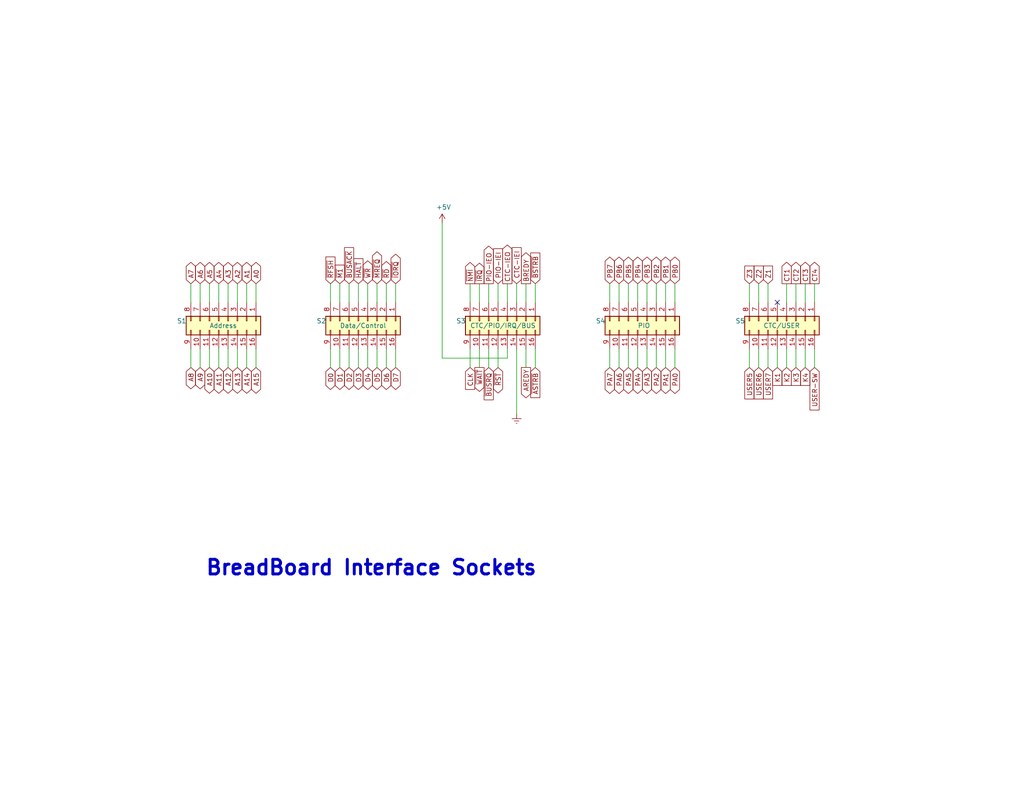
<source format=kicad_sch>
(kicad_sch (version 20230121) (generator eeschema)
  (paper "A")
  (title_block (title "Edu-80 Z80 Trainer") (date "2023-02-06") (rev "0.1") (company "Strangers"))
  (lib_symbols
    (symbol "Connector_Generic:Conn_02x08_Counter_Clockwise" (pin_names (offset 1.016) hide)
      (property "Reference" "J" (at 1.27 10.16 0))
      (property "Value" "Conn_02x08_Counter_Clockwise" (at 1.27 -12.7 0))
      (symbol "Conn_02x08_Counter_Clockwise_1_1"
        (rectangle (start -1.27 -10.033) (end 0 -10.287) (stroke (width 0.1524)))
        (rectangle (start -1.27 -7.493) (end 0 -7.747) (stroke (width 0.1524)))
        (rectangle (start -1.27 -4.953) (end 0 -5.207) (stroke (width 0.1524)))
        (rectangle (start -1.27 -2.413) (end 0 -2.667) (stroke (width 0.1524)))
        (rectangle (start -1.27 0.127) (end 0 -0.127) (stroke (width 0.1524)))
        (rectangle (start -1.27 2.667) (end 0 2.413) (stroke (width 0.1524)))
        (rectangle (start -1.27 5.207) (end 0 4.953) (stroke (width 0.1524)))
        (rectangle (start -1.27 7.747) (end 0 7.493) (stroke (width 0.1524)))
        (rectangle (start -1.27 8.89) (end 3.81 -11.43) (stroke (width 0.254)) (fill (type background)))
        (rectangle (start 3.81 -10.033) (end 2.54 -10.287) (stroke (width 0.1524)))
        (rectangle (start 3.81 -7.493) (end 2.54 -7.747) (stroke (width 0.1524)))
        (rectangle (start 3.81 -4.953) (end 2.54 -5.207) (stroke (width 0.1524)))
        (rectangle (start 3.81 -2.413) (end 2.54 -2.667) (stroke (width 0.1524)))
        (rectangle (start 3.81 0.127) (end 2.54 -0.127) (stroke (width 0.1524)))
        (rectangle (start 3.81 2.667) (end 2.54 2.413) (stroke (width 0.1524)))
        (rectangle (start 3.81 5.207) (end 2.54 4.953) (stroke (width 0.1524)))
        (rectangle (start 3.81 7.747) (end 2.54 7.493) (stroke (width 0.1524)))
        (pin passive line (at -5.08 7.62 0) (length 3.81) (name "Pin_1") (number "1"))
        (pin passive line (at 7.62 -7.62 180) (length 3.81) (name "Pin_10") (number "10"))
        (pin passive line (at 7.62 -5.08 180) (length 3.81) (name "Pin_11") (number "11"))
        (pin passive line (at 7.62 -2.54 180) (length 3.81) (name "Pin_12") (number "12"))
        (pin passive line (at 7.62 0 180) (length 3.81) (name "Pin_13") (number "13"))
        (pin passive line (at 7.62 2.54 180) (length 3.81) (name "Pin_14") (number "14"))
        (pin passive line (at 7.62 5.08 180) (length 3.81) (name "Pin_15") (number "15"))
        (pin passive line (at 7.62 7.62 180) (length 3.81) (name "Pin_16") (number "16"))
        (pin passive line (at -5.08 5.08 0) (length 3.81) (name "Pin_2") (number "2"))
        (pin passive line (at -5.08 2.54 0) (length 3.81) (name "Pin_3") (number "3"))
        (pin passive line (at -5.08 0 0) (length 3.81) (name "Pin_4") (number "4"))
        (pin passive line (at -5.08 -2.54 0) (length 3.81) (name "Pin_5") (number "5"))
        (pin passive line (at -5.08 -5.08 0) (length 3.81) (name "Pin_6") (number "6"))
        (pin passive line (at -5.08 -7.62 0) (length 3.81) (name "Pin_7") (number "7"))
        (pin passive line (at -5.08 -10.16 0) (length 3.81) (name "Pin_8") (number "8"))
        (pin passive line (at 7.62 -10.16 180) (length 3.81) (name "Pin_9") (number "9"))
      )
    )
    (symbol "power:+5V" (power) (pin_names (offset 0))
      (property "Value" "+5V" (at 0 3.556 0))
      (symbol "+5V_0_1"
        (polyline (pts (xy -0.762 1.27) (xy 0 2.54)))
        (polyline (pts (xy 0 0) (xy 0 2.54)))
        (polyline (pts (xy 0 2.54) (xy 0.762 1.27)))
      )
      (symbol "+5V_1_1"
        (pin power_in line (at 0 0 90) (length 0) hide (name "+5V") (number "1"))
      )
    )
    (symbol "power:Earth" (power) (pin_names (offset 0))
      (symbol "Earth_0_1"
        (polyline (pts (xy -0.635 -1.905) (xy 0.635 -1.905)))
        (polyline (pts (xy -0.127 -2.54) (xy 0.127 -2.54)))
        (polyline (pts (xy 0 -1.27) (xy 0 0)))
        (polyline (pts (xy 1.27 -1.27) (xy -1.27 -1.27)))
      )
      (symbol "Earth_1_1"
        (pin power_in line (at 0 0 270) (length 0) hide (name "Earth") (number "1"))
      )
    )
  )
  (no_connect (at 212.09 82.55))
  (wire (pts (xy 207.01 95.25) (xy 207.01 100.33)))
  (wire (pts (xy 135.89 100.33) (xy 135.89 95.25)))
  (wire (pts (xy 54.61 95.25) (xy 54.61 100.33)))
  (wire (pts (xy 209.55 95.25) (xy 209.55 100.33)))
  (wire (pts (xy 168.91 77.47) (xy 168.91 82.55)))
  (wire (pts (xy 143.51 77.47) (xy 143.51 82.55)))
  (wire (pts (xy 100.33 100.33) (xy 100.33 95.25)))
  (wire (pts (xy 179.07 95.25) (xy 179.07 100.33)))
  (wire (pts (xy 100.33 82.55) (xy 100.33 77.47)))
  (wire (pts (xy 120.65 97.79) (xy 120.65 60.96)))
  (wire (pts (xy 181.61 95.25) (xy 181.61 100.33)))
  (wire (pts (xy 171.45 77.47) (xy 171.45 82.55)))
  (wire (pts (xy 67.31 77.47) (xy 67.31 82.55)))
  (wire (pts (xy 52.07 95.25) (xy 52.07 100.33)))
  (wire (pts (xy 130.81 95.25) (xy 130.81 100.33)))
  (wire (pts (xy 214.63 82.55) (xy 214.63 77.47)))
  (wire (pts (xy 105.41 82.55) (xy 105.41 77.47)))
  (wire (pts (xy 92.71 100.33) (xy 92.71 95.25)))
  (wire (pts (xy 107.95 100.33) (xy 107.95 95.25)))
  (wire (pts (xy 138.43 95.25) (xy 138.43 97.79)))
  (wire (pts (xy 138.43 77.47) (xy 138.43 82.55)))
  (wire (pts (xy 67.31 95.25) (xy 67.31 100.33)))
  (wire (pts (xy 173.99 77.47) (xy 173.99 82.55)))
  (wire (pts (xy 219.71 77.47) (xy 219.71 82.55)))
  (wire (pts (xy 64.77 95.25) (xy 64.77 100.33)))
  (wire (pts (xy 130.81 77.47) (xy 130.81 82.55)))
  (wire (pts (xy 140.97 77.47) (xy 140.97 82.55)))
  (wire (pts (xy 217.17 95.25) (xy 217.17 100.33)))
  (wire (pts (xy 204.47 95.25) (xy 204.47 100.33)))
  (wire (pts (xy 143.51 95.25) (xy 143.51 100.33)))
  (wire (pts (xy 176.53 77.47) (xy 176.53 82.55)))
  (wire (pts (xy 207.01 82.55) (xy 207.01 77.47)))
  (wire (pts (xy 57.15 77.47) (xy 57.15 82.55)))
  (wire (pts (xy 140.97 95.25) (xy 140.97 113.03)))
  (wire (pts (xy 138.43 97.79) (xy 120.65 97.79)))
  (wire (pts (xy 135.89 77.47) (xy 135.89 82.55)))
  (wire (pts (xy 102.87 77.47) (xy 102.87 82.55)))
  (wire (pts (xy 166.37 95.25) (xy 166.37 100.33)))
  (wire (pts (xy 133.35 77.47) (xy 133.35 82.55)))
  (wire (pts (xy 90.17 95.25) (xy 90.17 100.33)))
  (wire (pts (xy 133.35 95.25) (xy 133.35 100.33)))
  (wire (pts (xy 214.63 95.25) (xy 214.63 100.33)))
  (wire (pts (xy 181.61 77.47) (xy 181.61 82.55)))
  (wire (pts (xy 146.05 77.47) (xy 146.05 82.55)))
  (wire (pts (xy 217.17 77.47) (xy 217.17 82.55)))
  (wire (pts (xy 59.69 95.25) (xy 59.69 100.33)))
  (wire (pts (xy 107.95 82.55) (xy 107.95 77.47)))
  (wire (pts (xy 92.71 82.55) (xy 92.71 77.47)))
  (wire (pts (xy 209.55 82.55) (xy 209.55 77.47)))
  (wire (pts (xy 95.25 100.33) (xy 95.25 95.25)))
  (wire (pts (xy 184.15 77.47) (xy 184.15 82.55)))
  (wire (pts (xy 52.07 82.55) (xy 52.07 77.47)))
  (wire (pts (xy 59.69 77.47) (xy 59.69 82.55)))
  (wire (pts (xy 102.87 100.33) (xy 102.87 95.25)))
  (wire (pts (xy 168.91 95.25) (xy 168.91 100.33)))
  (wire (pts (xy 62.23 77.47) (xy 62.23 82.55)))
  (wire (pts (xy 176.53 95.25) (xy 176.53 100.33)))
  (wire (pts (xy 95.25 82.55) (xy 95.25 77.47)))
  (wire (pts (xy 69.85 95.25) (xy 69.85 100.33)))
  (wire (pts (xy 146.05 95.25) (xy 146.05 100.33)))
  (wire (pts (xy 219.71 95.25) (xy 219.71 100.33)))
  (wire (pts (xy 204.47 82.55) (xy 204.47 77.47)))
  (wire (pts (xy 212.09 95.25) (xy 212.09 100.33)))
  (wire (pts (xy 97.79 100.33) (xy 97.79 95.25)))
  (wire (pts (xy 222.25 95.25) (xy 222.25 100.33)))
  (wire (pts (xy 64.77 77.47) (xy 64.77 82.55)))
  (wire (pts (xy 173.99 95.25) (xy 173.99 100.33)))
  (wire (pts (xy 184.15 95.25) (xy 184.15 100.33)))
  (wire (pts (xy 90.17 82.55) (xy 90.17 77.47)))
  (wire (pts (xy 128.27 95.25) (xy 128.27 100.33)))
  (wire (pts (xy 171.45 95.25) (xy 171.45 100.33)))
  (wire (pts (xy 97.79 82.55) (xy 97.79 77.47)))
  (wire (pts (xy 62.23 95.25) (xy 62.23 100.33)))
  (wire (pts (xy 105.41 100.33) (xy 105.41 95.25)))
  (wire (pts (xy 57.15 95.25) (xy 57.15 100.33)))
  (wire (pts (xy 222.25 77.47) (xy 222.25 82.55)))
  (wire (pts (xy 54.61 77.47) (xy 54.61 82.55)))
  (wire (pts (xy 128.27 77.47) (xy 128.27 82.55)))
  (wire (pts (xy 166.37 77.47) (xy 166.37 82.55)))
  (wire (pts (xy 69.85 82.55) (xy 69.85 77.47)))
  (wire (pts (xy 179.07 77.47) (xy 179.07 82.55)))
  (text "BreadBoard Interface Sockets" (at 55.88 157.48 0) (effects (font (size 3.9878 3.9878) (thickness 0.7976) bold) (justify left bottom)))
  (global_label "~{NMI}" (shape output) (at 128.27 77.47 90) (property "Intersheetrefs" "${INTERSHEET_REFS}" (effects hide)))
  (global_label "~{RFSH}" (shape input) (at 90.17 77.47 90) (property "Intersheetrefs" "${INTERSHEET_REFS}" (effects hide)))
  (global_label "K3" (shape input) (at 217.17 100.33 270) (property "Intersheetrefs" "${INTERSHEET_REFS}" (effects hide)))
  (global_label "~{BUSACK}" (shape input) (at 95.25 77.47 90) (property "Intersheetrefs" "${INTERSHEET_REFS}" (effects hide)))
  (global_label "PIO-IEI" (shape input) (at 135.89 77.47 90) (property "Intersheetrefs" "${INTERSHEET_REFS}" (effects hide)))
  (global_label "PB5" (shape bidirectional) (at 171.45 77.47 90) (property "Intersheetrefs" "${INTERSHEET_REFS}" (effects hide)))
  (global_label "~{RST}" (shape bidirectional) (at 135.89 100.33 270) (property "Intersheetrefs" "${INTERSHEET_REFS}" (effects hide)))
  (global_label "D4" (shape bidirectional) (at 100.33 100.33 270) (property "Intersheetrefs" "${INTERSHEET_REFS}" (effects hide)))
  (global_label "A14" (shape bidirectional) (at 67.31 100.33 270) (property "Intersheetrefs" "${INTERSHEET_REFS}" (effects hide)))
  (global_label "~{IORQ}" (shape bidirectional) (at 107.95 77.47 90) (property "Intersheetrefs" "${INTERSHEET_REFS}" (effects hide)))
  (global_label "AREDY" (shape output) (at 143.51 100.33 270) (property "Intersheetrefs" "${INTERSHEET_REFS}" (effects hide)))
  (global_label "A9" (shape bidirectional) (at 54.61 100.33 270) (property "Intersheetrefs" "${INTERSHEET_REFS}" (effects hide)))
  (global_label "PB7" (shape bidirectional) (at 166.37 77.47 90) (property "Intersheetrefs" "${INTERSHEET_REFS}" (effects hide)))
  (global_label "CT3" (shape output) (at 219.71 77.47 90) (property "Intersheetrefs" "${INTERSHEET_REFS}" (effects hide)))
  (global_label "PA3" (shape bidirectional) (at 176.53 100.33 270) (property "Intersheetrefs" "${INTERSHEET_REFS}" (effects hide)))
  (global_label "A15" (shape bidirectional) (at 69.85 100.33 270) (property "Intersheetrefs" "${INTERSHEET_REFS}" (effects hide)))
  (global_label "PA0" (shape bidirectional) (at 184.15 100.33 270) (property "Intersheetrefs" "${INTERSHEET_REFS}" (effects hide)))
  (global_label "CLK" (shape input) (at 128.27 100.33 270) (property "Intersheetrefs" "${INTERSHEET_REFS}" (effects hide)))
  (global_label "PB4" (shape bidirectional) (at 173.99 77.47 90) (property "Intersheetrefs" "${INTERSHEET_REFS}" (effects hide)))
  (global_label "D1" (shape bidirectional) (at 92.71 100.33 270) (property "Intersheetrefs" "${INTERSHEET_REFS}" (effects hide)))
  (global_label "Z2" (shape input) (at 207.01 77.47 90) (property "Intersheetrefs" "${INTERSHEET_REFS}" (effects hide)))
  (global_label "Z3" (shape input) (at 204.47 77.47 90) (property "Intersheetrefs" "${INTERSHEET_REFS}" (effects hide)))
  (global_label "PB6" (shape bidirectional) (at 168.91 77.47 90) (property "Intersheetrefs" "${INTERSHEET_REFS}" (effects hide)))
  (global_label "A3" (shape bidirectional) (at 62.23 77.47 90) (property "Intersheetrefs" "${INTERSHEET_REFS}" (effects hide)))
  (global_label "D3" (shape bidirectional) (at 97.79 100.33 270) (property "Intersheetrefs" "${INTERSHEET_REFS}" (effects hide)))
  (global_label "PA1" (shape bidirectional) (at 181.61 100.33 270) (property "Intersheetrefs" "${INTERSHEET_REFS}" (effects hide)))
  (global_label "~{RD}" (shape bidirectional) (at 105.41 77.47 90) (property "Intersheetrefs" "${INTERSHEET_REFS}" (effects hide)))
  (global_label "A7" (shape bidirectional) (at 52.07 77.47 90) (property "Intersheetrefs" "${INTERSHEET_REFS}" (effects hide)))
  (global_label "PA6" (shape bidirectional) (at 168.91 100.33 270) (property "Intersheetrefs" "${INTERSHEET_REFS}" (effects hide)))
  (global_label "PB1" (shape bidirectional) (at 181.61 77.47 90) (property "Intersheetrefs" "${INTERSHEET_REFS}" (effects hide)))
  (global_label "D7" (shape bidirectional) (at 107.95 100.33 270) (property "Intersheetrefs" "${INTERSHEET_REFS}" (effects hide)))
  (global_label "CT1" (shape output) (at 214.63 77.47 90) (property "Intersheetrefs" "${INTERSHEET_REFS}" (effects hide)))
  (global_label "PA5" (shape bidirectional) (at 171.45 100.33 270) (property "Intersheetrefs" "${INTERSHEET_REFS}" (effects hide)))
  (global_label "PA2" (shape bidirectional) (at 179.07 100.33 270) (property "Intersheetrefs" "${INTERSHEET_REFS}" (effects hide)))
  (global_label "PIO-IEO" (shape output) (at 133.35 77.47 90) (property "Intersheetrefs" "${INTERSHEET_REFS}" (effects hide)))
  (global_label "~{BUSRQ}" (shape input) (at 133.35 100.33 270) (property "Intersheetrefs" "${INTERSHEET_REFS}" (effects hide)))
  (global_label "PA7" (shape bidirectional) (at 166.37 100.33 270) (property "Intersheetrefs" "${INTERSHEET_REFS}" (effects hide)))
  (global_label "A5" (shape bidirectional) (at 57.15 77.47 90) (property "Intersheetrefs" "${INTERSHEET_REFS}" (effects hide)))
  (global_label "~{BSTRB}" (shape input) (at 146.05 77.47 90) (property "Intersheetrefs" "${INTERSHEET_REFS}" (effects hide)))
  (global_label "K1" (shape input) (at 212.09 100.33 270) (property "Intersheetrefs" "${INTERSHEET_REFS}" (effects hide)))
  (global_label "D0" (shape bidirectional) (at 90.17 100.33 270) (property "Intersheetrefs" "${INTERSHEET_REFS}" (effects hide)))
  (global_label "CTC-IEI" (shape input) (at 140.97 77.47 90) (property "Intersheetrefs" "${INTERSHEET_REFS}" (effects hide)))
  (global_label "CT4" (shape output) (at 222.25 77.47 90) (property "Intersheetrefs" "${INTERSHEET_REFS}" (effects hide)))
  (global_label "CT2" (shape output) (at 217.17 77.47 90) (property "Intersheetrefs" "${INTERSHEET_REFS}" (effects hide)))
  (global_label "~{MREQ}" (shape bidirectional) (at 102.87 77.47 90) (property "Intersheetrefs" "${INTERSHEET_REFS}" (effects hide)))
  (global_label "~{IRQ}" (shape output) (at 130.81 77.47 90) (property "Intersheetrefs" "${INTERSHEET_REFS}" (effects hide)))
  (global_label "D2" (shape bidirectional) (at 95.25 100.33 270) (property "Intersheetrefs" "${INTERSHEET_REFS}" (effects hide)))
  (global_label "K2" (shape input) (at 214.63 100.33 270) (property "Intersheetrefs" "${INTERSHEET_REFS}" (effects hide)))
  (global_label "D5" (shape bidirectional) (at 102.87 100.33 270) (property "Intersheetrefs" "${INTERSHEET_REFS}" (effects hide)))
  (global_label "K4" (shape input) (at 219.71 100.33 270) (property "Intersheetrefs" "${INTERSHEET_REFS}" (effects hide)))
  (global_label "A4" (shape bidirectional) (at 59.69 77.47 90) (property "Intersheetrefs" "${INTERSHEET_REFS}" (effects hide)))
  (global_label "~{WAIT}" (shape output) (at 130.81 100.33 270) (property "Intersheetrefs" "${INTERSHEET_REFS}" (effects hide)))
  (global_label "A2" (shape bidirectional) (at 64.77 77.47 90) (property "Intersheetrefs" "${INTERSHEET_REFS}" (effects hide)))
  (global_label "A0" (shape bidirectional) (at 69.85 77.47 90) (property "Intersheetrefs" "${INTERSHEET_REFS}" (effects hide)))
  (global_label "A13" (shape bidirectional) (at 64.77 100.33 270) (property "Intersheetrefs" "${INTERSHEET_REFS}" (effects hide)))
  (global_label "A1" (shape bidirectional) (at 67.31 77.47 90) (property "Intersheetrefs" "${INTERSHEET_REFS}" (effects hide)))
  (global_label "USER7" (shape input) (at 209.55 100.33 270) (property "Intersheetrefs" "${INTERSHEET_REFS}" (effects hide)))
  (global_label "A8" (shape bidirectional) (at 52.07 100.33 270) (property "Intersheetrefs" "${INTERSHEET_REFS}" (effects hide)))
  (global_label "A6" (shape bidirectional) (at 54.61 77.47 90) (property "Intersheetrefs" "${INTERSHEET_REFS}" (effects hide)))
  (global_label "A12" (shape bidirectional) (at 62.23 100.33 270) (property "Intersheetrefs" "${INTERSHEET_REFS}" (effects hide)))
  (global_label "Z1" (shape input) (at 209.55 77.47 90) (property "Intersheetrefs" "${INTERSHEET_REFS}" (effects hide)))
  (global_label "PB0" (shape bidirectional) (at 184.15 77.47 90) (property "Intersheetrefs" "${INTERSHEET_REFS}" (effects hide)))
  (global_label "D6" (shape bidirectional) (at 105.41 100.33 270) (property "Intersheetrefs" "${INTERSHEET_REFS}" (effects hide)))
  (global_label "PA4" (shape bidirectional) (at 173.99 100.33 270) (property "Intersheetrefs" "${INTERSHEET_REFS}" (effects hide)))
  (global_label "USER-SW" (shape input) (at 222.25 100.33 270) (property "Intersheetrefs" "${INTERSHEET_REFS}" (effects hide)))
  (global_label "USER6" (shape input) (at 207.01 100.33 270) (property "Intersheetrefs" "${INTERSHEET_REFS}" (effects hide)))
  (global_label "A10" (shape bidirectional) (at 57.15 100.33 270) (property "Intersheetrefs" "${INTERSHEET_REFS}" (effects hide)))
  (global_label "A11" (shape bidirectional) (at 59.69 100.33 270) (property "Intersheetrefs" "${INTERSHEET_REFS}" (effects hide)))
  (global_label "~{M1}" (shape input) (at 92.71 77.47 90) (property "Intersheetrefs" "${INTERSHEET_REFS}" (effects hide)))
  (global_label "~{WR}" (shape bidirectional) (at 100.33 77.47 90) (property "Intersheetrefs" "${INTERSHEET_REFS}" (effects hide)))
  (global_label "PB2" (shape bidirectional) (at 179.07 77.47 90) (property "Intersheetrefs" "${INTERSHEET_REFS}" (effects hide)))
  (global_label "PB3" (shape bidirectional) (at 176.53 77.47 90) (property "Intersheetrefs" "${INTERSHEET_REFS}" (effects hide)))
  (global_label "BREDY" (shape output) (at 143.51 77.47 90) (property "Intersheetrefs" "${INTERSHEET_REFS}" (effects hide)))
  (global_label "USER5" (shape input) (at 204.47 100.33 270) (property "Intersheetrefs" "${INTERSHEET_REFS}" (effects hide)))
  (global_label "~{HALT}" (shape input) (at 97.79 77.47 90) (property "Intersheetrefs" "${INTERSHEET_REFS}" (effects hide)))
  (global_label "~{ASTRB}" (shape input) (at 146.05 100.33 270) (property "Intersheetrefs" "${INTERSHEET_REFS}" (effects hide)))
  (global_label "CTC-IEO" (shape output) (at 138.43 77.47 90) (property "Intersheetrefs" "${INTERSHEET_REFS}" (effects hide)))
  (symbol (lib_id "Connector_Generic:Conn_02x08_Counter_Clockwise") (at 62.23 87.63 270) (unit 1)
    (property "Reference" "S1" (at 48.26 87.63 90) (effects (justify left)))
    (property "Value" "Address" (at 57.15 88.9 90) (effects (justify left)))
  )
  (symbol (lib_id "Connector_Generic:Conn_02x08_Counter_Clockwise") (at 100.33 87.63 270) (unit 1)
    (property "Reference" "S2" (at 86.36 87.63 90) (effects (justify left)))
    (property "Value" "Data/Control" (at 92.71 88.9 90) (effects (justify left)))
  )
  (symbol (lib_id "Connector_Generic:Conn_02x08_Counter_Clockwise") (at 138.43 87.63 270) (unit 1)
    (property "Reference" "S3" (at 124.46 87.63 90) (effects (justify left)))
    (property "Value" "CTC/PIO/IRQ/BUS" (at 128.27 88.9 90) (effects (justify left)))
  )
  (symbol (lib_id "Connector_Generic:Conn_02x08_Counter_Clockwise") (at 176.53 87.63 270) (unit 1)
    (property "Reference" "S4" (at 162.56 87.63 90) (effects (justify left)))
    (property "Value" "PIO" (at 173.99 88.9 90) (effects (justify left)))
  )
  (symbol (lib_id "Connector_Generic:Conn_02x08_Counter_Clockwise") (at 214.63 87.63 270) (unit 1)
    (property "Reference" "S5" (at 200.66 87.63 90) (effects (justify left)))
    (property "Value" "CTC/USER" (at 208.28 88.9 90) (effects (justify left)))
  )
  (symbol (lib_id "power:Earth") (at 140.97 113.03 0) (unit 1)
    (property "Reference" "#PWR0191" (effects hide))
    (property "Value" "Earth" (effects hide))
  )
  (symbol (lib_id "power:+5V") (at 120.65 60.96 0) (unit 1)
    (property "Reference" "#PWR0192" (effects hide))
    (property "Value" "+5V" (at 121.031 56.5658 0))
  )
)
</source>
